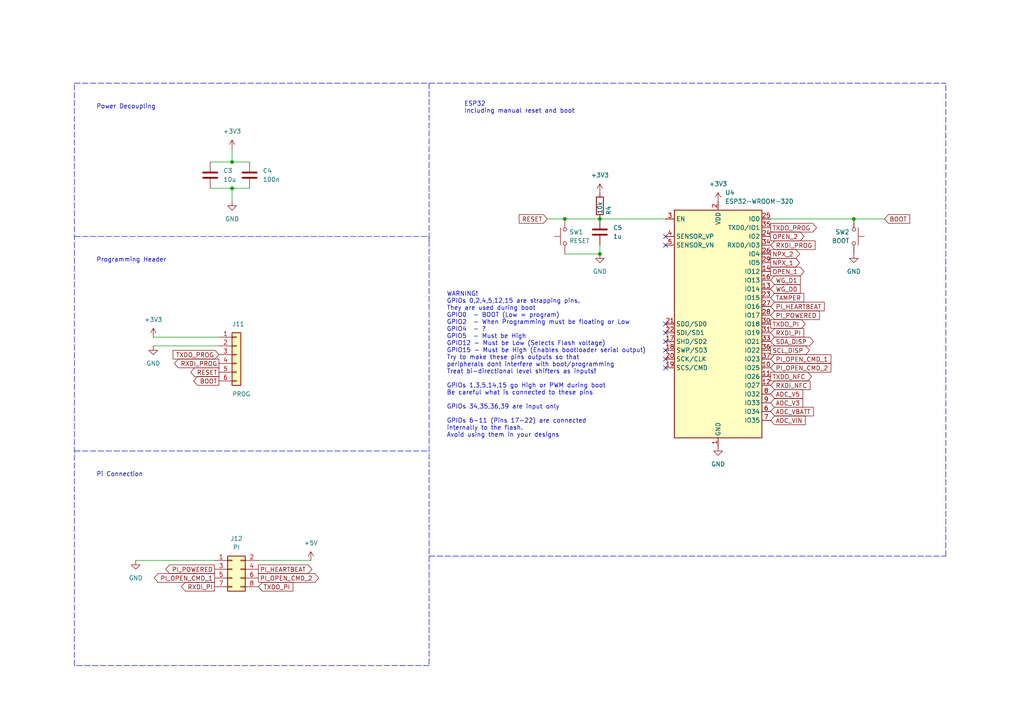
<source format=kicad_sch>
(kicad_sch (version 20211123) (generator eeschema)
  (paper "A4")
  (lib_symbols
    (symbol "Connector_Generic:Conn_01x06" (pin_names (offset 1.016) hide)
      (property "Reference" "J" (at 0 7.62 0))
      (property "Value" "Conn_01x06" (at 0 -10.16 0))
      (symbol "Conn_01x06_1_1"
        (rectangle (start -1.27 -7.493) (end 0 -7.747) (stroke (width 0.1524)))
        (rectangle (start -1.27 -4.953) (end 0 -5.207) (stroke (width 0.1524)))
        (rectangle (start -1.27 -2.413) (end 0 -2.667) (stroke (width 0.1524)))
        (rectangle (start -1.27 0.127) (end 0 -0.127) (stroke (width 0.1524)))
        (rectangle (start -1.27 2.667) (end 0 2.413) (stroke (width 0.1524)))
        (rectangle (start -1.27 5.207) (end 0 4.953) (stroke (width 0.1524)))
        (rectangle (start -1.27 6.35) (end 1.27 -8.89) (stroke (width 0.254)) (fill (type background)))
        (pin passive line (at -5.08 5.08 0) (length 3.81) (name "Pin_1") (number "1"))
        (pin passive line (at -5.08 2.54 0) (length 3.81) (name "Pin_2") (number "2"))
        (pin passive line (at -5.08 0 0) (length 3.81) (name "Pin_3") (number "3"))
        (pin passive line (at -5.08 -2.54 0) (length 3.81) (name "Pin_4") (number "4"))
        (pin passive line (at -5.08 -5.08 0) (length 3.81) (name "Pin_5") (number "5"))
        (pin passive line (at -5.08 -7.62 0) (length 3.81) (name "Pin_6") (number "6"))
      )
    )
    (symbol "Connector_Generic:Conn_02x04_Odd_Even" (pin_names (offset 1.016) hide)
      (property "Reference" "J" (at 1.27 5.08 0))
      (property "Value" "Conn_02x04_Odd_Even" (at 1.27 -7.62 0))
      (symbol "Conn_02x04_Odd_Even_1_1"
        (rectangle (start -1.27 -4.953) (end 0 -5.207) (stroke (width 0.1524)))
        (rectangle (start -1.27 -2.413) (end 0 -2.667) (stroke (width 0.1524)))
        (rectangle (start -1.27 0.127) (end 0 -0.127) (stroke (width 0.1524)))
        (rectangle (start -1.27 2.667) (end 0 2.413) (stroke (width 0.1524)))
        (rectangle (start -1.27 3.81) (end 3.81 -6.35) (stroke (width 0.254)) (fill (type background)))
        (rectangle (start 3.81 -4.953) (end 2.54 -5.207) (stroke (width 0.1524)))
        (rectangle (start 3.81 -2.413) (end 2.54 -2.667) (stroke (width 0.1524)))
        (rectangle (start 3.81 0.127) (end 2.54 -0.127) (stroke (width 0.1524)))
        (rectangle (start 3.81 2.667) (end 2.54 2.413) (stroke (width 0.1524)))
        (pin passive line (at -5.08 2.54 0) (length 3.81) (name "Pin_1") (number "1"))
        (pin passive line (at 7.62 2.54 180) (length 3.81) (name "Pin_2") (number "2"))
        (pin passive line (at -5.08 0 0) (length 3.81) (name "Pin_3") (number "3"))
        (pin passive line (at 7.62 0 180) (length 3.81) (name "Pin_4") (number "4"))
        (pin passive line (at -5.08 -2.54 0) (length 3.81) (name "Pin_5") (number "5"))
        (pin passive line (at 7.62 -2.54 180) (length 3.81) (name "Pin_6") (number "6"))
        (pin passive line (at -5.08 -5.08 0) (length 3.81) (name "Pin_7") (number "7"))
        (pin passive line (at 7.62 -5.08 180) (length 3.81) (name "Pin_8") (number "8"))
      )
    )
    (symbol "Device:C" (pin_numbers hide) (pin_names (offset 0.254))
      (property "Reference" "C" (at 0.635 2.54 0))
      (property "Value" "C" (at 0.635 -2.54 0))
      (symbol "C_0_1"
        (polyline (pts (xy -2.032 -0.762) (xy 2.032 -0.762)) (stroke (width 0.508)))
        (polyline (pts (xy -2.032 0.762) (xy 2.032 0.762)) (stroke (width 0.508)))
      )
      (symbol "C_1_1"
        (pin passive line (at 0 3.81 270) (length 2.794) (name "~") (number "1"))
        (pin passive line (at 0 -3.81 90) (length 2.794) (name "~") (number "2"))
      )
    )
    (symbol "Device:R" (pin_numbers hide) (pin_names (offset 0))
      (property "Reference" "R" (at 2.032 0 90))
      (property "Value" "R" (at 0 0 90))
      (symbol "R_0_1"
        (rectangle (start -1.016 -2.54) (end 1.016 2.54) (stroke (width 0.254)))
      )
      (symbol "R_1_1"
        (pin passive line (at 0 3.81 270) (length 1.27) (name "~") (number "1"))
        (pin passive line (at 0 -3.81 90) (length 1.27) (name "~") (number "2"))
      )
    )
    (symbol "RF_Module:ESP32-WROOM-32D"
      (property "Reference" "U" (at -12.7 34.29 0))
      (property "Value" "ESP32-WROOM-32D" (at 1.27 34.29 0))
      (symbol "ESP32-WROOM-32D_0_1"
        (rectangle (start -12.7 33.02) (end 12.7 -33.02) (stroke (width 0.254)) (fill (type background)))
      )
      (symbol "ESP32-WROOM-32D_1_1"
        (pin power_in line (at 0 -35.56 90) (length 2.54) (name "GND") (number "1"))
        (pin bidirectional line (at 15.24 -12.7 180) (length 2.54) (name "IO25") (number "10"))
        (pin bidirectional line (at 15.24 -15.24 180) (length 2.54) (name "IO26") (number "11"))
        (pin bidirectional line (at 15.24 -17.78 180) (length 2.54) (name "IO27") (number "12"))
        (pin bidirectional line (at 15.24 10.16 180) (length 2.54) (name "IO14") (number "13"))
        (pin bidirectional line (at 15.24 15.24 180) (length 2.54) (name "IO12") (number "14"))
        (pin passive line (at 0 -35.56 90) (length 2.54) hide (name "GND") (number "15"))
        (pin bidirectional line (at 15.24 12.7 180) (length 2.54) (name "IO13") (number "16"))
        (pin bidirectional line (at -15.24 -5.08 0) (length 2.54) (name "SHD/SD2") (number "17"))
        (pin bidirectional line (at -15.24 -7.62 0) (length 2.54) (name "SWP/SD3") (number "18"))
        (pin bidirectional line (at -15.24 -12.7 0) (length 2.54) (name "SCS/CMD") (number "19"))
        (pin power_in line (at 0 35.56 270) (length 2.54) (name "VDD") (number "2"))
        (pin bidirectional line (at -15.24 -10.16 0) (length 2.54) (name "SCK/CLK") (number "20"))
        (pin bidirectional line (at -15.24 0 0) (length 2.54) (name "SDO/SD0") (number "21"))
        (pin bidirectional line (at -15.24 -2.54 0) (length 2.54) (name "SDI/SD1") (number "22"))
        (pin bidirectional line (at 15.24 7.62 180) (length 2.54) (name "IO15") (number "23"))
        (pin bidirectional line (at 15.24 25.4 180) (length 2.54) (name "IO2") (number "24"))
        (pin bidirectional line (at 15.24 30.48 180) (length 2.54) (name "IO0") (number "25"))
        (pin bidirectional line (at 15.24 20.32 180) (length 2.54) (name "IO4") (number "26"))
        (pin bidirectional line (at 15.24 5.08 180) (length 2.54) (name "IO16") (number "27"))
        (pin bidirectional line (at 15.24 2.54 180) (length 2.54) (name "IO17") (number "28"))
        (pin bidirectional line (at 15.24 17.78 180) (length 2.54) (name "IO5") (number "29"))
        (pin input line (at -15.24 30.48 0) (length 2.54) (name "EN") (number "3"))
        (pin bidirectional line (at 15.24 0 180) (length 2.54) (name "IO18") (number "30"))
        (pin bidirectional line (at 15.24 -2.54 180) (length 2.54) (name "IO19") (number "31"))
        (pin no_connect line (at -12.7 -27.94 0) (length 2.54) hide (name "NC") (number "32"))
        (pin bidirectional line (at 15.24 -5.08 180) (length 2.54) (name "IO21") (number "33"))
        (pin bidirectional line (at 15.24 22.86 180) (length 2.54) (name "RXD0/IO3") (number "34"))
        (pin bidirectional line (at 15.24 27.94 180) (length 2.54) (name "TXD0/IO1") (number "35"))
        (pin bidirectional line (at 15.24 -7.62 180) (length 2.54) (name "IO22") (number "36"))
        (pin bidirectional line (at 15.24 -10.16 180) (length 2.54) (name "IO23") (number "37"))
        (pin passive line (at 0 -35.56 90) (length 2.54) hide (name "GND") (number "38"))
        (pin passive line (at 0 -35.56 90) (length 2.54) hide (name "GND") (number "39"))
        (pin input line (at -15.24 25.4 0) (length 2.54) (name "SENSOR_VP") (number "4"))
        (pin input line (at -15.24 22.86 0) (length 2.54) (name "SENSOR_VN") (number "5"))
        (pin input line (at 15.24 -25.4 180) (length 2.54) (name "IO34") (number "6"))
        (pin input line (at 15.24 -27.94 180) (length 2.54) (name "IO35") (number "7"))
        (pin bidirectional line (at 15.24 -20.32 180) (length 2.54) (name "IO32") (number "8"))
        (pin bidirectional line (at 15.24 -22.86 180) (length 2.54) (name "IO33") (number "9"))
      )
    )
    (symbol "Switch:SW_Push" (pin_numbers hide) (pin_names (offset 1.016) hide)
      (property "Reference" "SW" (at 1.27 2.54 0))
      (property "Value" "SW_Push" (at 0 -1.524 0))
      (symbol "SW_Push_0_1"
        (circle (center -2.032 0) (radius 0.508))
        (polyline (pts (xy 0 1.27) (xy 0 3.048)))
        (polyline (pts (xy 2.54 1.27) (xy -2.54 1.27)))
        (circle (center 2.032 0) (radius 0.508))
        (pin passive line (at -5.08 0 0) (length 2.54) (name "1") (number "1"))
        (pin passive line (at 5.08 0 180) (length 2.54) (name "2") (number "2"))
      )
    )
    (symbol "power:+3V3" (power) (pin_names (offset 0))
      (property "Value" "+3V3" (at 0 3.556 0))
      (symbol "+3V3_0_1"
        (polyline (pts (xy -0.762 1.27) (xy 0 2.54)))
        (polyline (pts (xy 0 0) (xy 0 2.54)))
        (polyline (pts (xy 0 2.54) (xy 0.762 1.27)))
      )
      (symbol "+3V3_1_1"
        (pin power_in line (at 0 0 90) (length 0) hide (name "+3V3") (number "1"))
      )
    )
    (symbol "power:+5V" (power) (pin_names (offset 0))
      (property "Value" "+5V" (at 0 3.556 0))
      (symbol "+5V_0_1"
        (polyline (pts (xy -0.762 1.27) (xy 0 2.54)))
        (polyline (pts (xy 0 0) (xy 0 2.54)))
        (polyline (pts (xy 0 2.54) (xy 0.762 1.27)))
      )
      (symbol "+5V_1_1"
        (pin power_in line (at 0 0 90) (length 0) hide (name "+5V") (number "1"))
      )
    )
    (symbol "power:GND" (power) (pin_names (offset 0))
      (property "Value" "GND" (at 0 -3.81 0))
      (symbol "GND_0_1"
        (polyline (pts (xy 0 0) (xy 0 -1.27) (xy 1.27 -1.27) (xy 0 -2.54) (xy -1.27 -1.27) (xy 0 -1.27)))
      )
      (symbol "GND_1_1"
        (pin power_in line (at 0 0 270) (length 0) hide (name "GND") (number "1"))
      )
    )
  )
  (junction (at 247.65 63.5))
  (junction (at 67.31 54.61))
  (junction (at 173.99 63.5))
  (junction (at 173.99 73.66))
  (junction (at 67.31 46.99))
  (junction (at 163.83 63.5))
  (no_connect (at 193.04 104.14))
  (no_connect (at 193.04 106.68))
  (no_connect (at 193.04 93.98))
  (no_connect (at 193.04 96.52))
  (no_connect (at 193.04 99.06))
  (no_connect (at 193.04 101.6))
  (no_connect (at 193.04 68.58))
  (no_connect (at 193.04 71.12))
  (wire (pts (xy 247.65 63.5) (xy 256.54 63.5)))
  (polyline (pts (xy 124.46 24.13) (xy 124.46 161.29)))
  (polyline (pts (xy 124.46 161.29) (xy 274.32 161.29)))
  (polyline (pts (xy 21.59 130.81) (xy 124.46 130.81)))
  (polyline (pts (xy 21.59 193.04) (xy 21.59 24.13)))
  (wire (pts (xy 223.52 63.5) (xy 247.65 63.5)))
  (wire (pts (xy 67.31 54.61) (xy 72.39 54.61)))
  (wire (pts (xy 173.99 63.5) (xy 193.04 63.5)))
  (wire (pts (xy 67.31 43.18) (xy 67.31 46.99)))
  (wire (pts (xy 62.23 162.56) (xy 39.37 162.56)))
  (wire (pts (xy 163.83 63.5) (xy 173.99 63.5)))
  (wire (pts (xy 60.96 54.61) (xy 67.31 54.61)))
  (polyline (pts (xy 124.46 193.04) (xy 21.59 193.04)))
  (wire (pts (xy 44.45 97.79) (xy 63.5 97.79)))
  (wire (pts (xy 67.31 46.99) (xy 72.39 46.99)))
  (polyline (pts (xy 124.46 68.58) (xy 124.46 69.85)))
  (polyline (pts (xy 21.59 24.13) (xy 124.46 24.13)))
  (polyline (pts (xy 124.46 161.29) (xy 124.46 193.04)))
  (wire (pts (xy 158.75 63.5) (xy 163.83 63.5)))
  (wire (pts (xy 74.93 162.56) (xy 90.17 162.56)))
  (polyline (pts (xy 124.46 24.13) (xy 274.32 24.13)))
  (wire (pts (xy 60.96 46.99) (xy 67.31 46.99)))
  (wire (pts (xy 173.99 73.66) (xy 173.99 71.12)))
  (wire (pts (xy 67.31 54.61) (xy 67.31 58.42)))
  (polyline (pts (xy 21.59 68.58) (xy 124.46 68.58)))
  (polyline (pts (xy 274.32 161.29) (xy 274.32 24.13)))
  (wire (pts (xy 163.83 73.66) (xy 173.99 73.66)))
  (wire (pts (xy 44.45 100.33) (xy 63.5 100.33)))
  (text "Pi Connection" (at 27.94 138.43 0) (effects (font (size 1.27 1.27)) (justify left bottom)))
  (text "ESP32\nIncluding manual reset and boot" (at 134.62 33.02 0) (effects (font (size 1.27 1.27)) (justify left bottom)))
  (text "Programming Header" (at 27.94 76.2 0) (effects (font (size 1.27 1.27)) (justify left bottom)))
  (text "WARNING!\nGPIOs 0,2,4,5,12,15 are strapping pins.\nThey are used during boot\nGPIO0  - BOOT (Low = program)\nGPIO2  - When Programming must be floating or Low\nGPIO4  - ?\nGPIO5  - Must be High\nGPIO12 - Must be Low (Selects Flash voltage)\nGPIO15 - Must be High (Enables bootloader serial output)\nTry to make these pins outputs so that\nperipherals dont interfere with boot/programming\nTreat bi-directional level shifters as inputs!\n\nGPIOs 1,3,5,14,15 go High or PWM during boot\nBe careful what is connected to these pins\n\nGPIOs 34,35,36,39 are input only\n\nGPIOs 6-11 (Pins 17-22) are connected\ninternally to the flash.\nAvoid using them in your designs" (at 129.54 127 0) (effects (font (size 1.27 1.27)) (justify left bottom)))
  (text "Power Decoupling" (at 27.94 31.75 0) (effects (font (size 1.27 1.27)) (justify left bottom)))
  (global_label "TXDO_PI" (shape output) (at 223.52 93.98 0) (property "Intersheet References" "${INTERSHEET_REFS}" (effects hide)))
  (global_label "TXDO_PI" (shape input) (at 74.93 170.18 0) (property "Intersheet References" "${INTERSHEET_REFS}" (effects hide)))
  (global_label "NPX_1" (shape output) (at 223.52 76.2 0) (property "Intersheet References" "${INTERSHEET_REFS}" (effects hide)))
  (global_label "RXDI_PI" (shape input) (at 223.52 96.52 0) (property "Intersheet References" "${INTERSHEET_REFS}" (effects hide)))
  (global_label "ADC_V3" (shape input) (at 223.52 116.84 0) (property "Intersheet References" "${INTERSHEET_REFS}" (effects hide)))
  (global_label "ADC_VIN" (shape input) (at 223.52 121.92 0) (property "Intersheet References" "${INTERSHEET_REFS}" (effects hide)))
  (global_label "TXDO_PROG" (shape input) (at 63.5 102.87 180) (property "Intersheet References" "${INTERSHEET_REFS}" (effects hide)))
  (global_label "SDA_DISP" (shape bidirectional) (at 223.52 99.06 0) (property "Intersheet References" "${INTERSHEET_REFS}" (effects hide)))
  (global_label "RXDI_NFC" (shape input) (at 223.52 111.76 0) (property "Intersheet References" "${INTERSHEET_REFS}" (effects hide)))
  (global_label "NPX_2" (shape output) (at 223.52 73.66 0) (property "Intersheet References" "${INTERSHEET_REFS}" (effects hide)))
  (global_label "PI_HEARTBEAT" (shape output) (at 74.93 165.1 0) (property "Intersheet References" "${INTERSHEET_REFS}" (effects hide)))
  (global_label "BOOT" (shape output) (at 63.5 110.49 180) (property "Intersheet References" "${INTERSHEET_REFS}" (effects hide)))
  (global_label "RXDI_PROG" (shape input) (at 223.52 71.12 0) (property "Intersheet References" "${INTERSHEET_REFS}" (effects hide)))
  (global_label "PI_OPEN_CMD_1" (shape input) (at 223.52 104.14 0) (property "Intersheet References" "${INTERSHEET_REFS}" (effects hide)))
  (global_label "TXDO_NFC" (shape output) (at 223.52 109.22 0) (property "Intersheet References" "${INTERSHEET_REFS}" (effects hide)))
  (global_label "RESET" (shape output) (at 63.5 107.95 180) (property "Intersheet References" "${INTERSHEET_REFS}" (effects hide)))
  (global_label "ADC_V5" (shape input) (at 223.52 114.3 0) (property "Intersheet References" "${INTERSHEET_REFS}" (effects hide)))
  (global_label "PI_OPEN_CMD_2" (shape output) (at 74.93 167.64 0) (property "Intersheet References" "${INTERSHEET_REFS}" (effects hide)))
  (global_label "SCL_DISP" (shape output) (at 223.52 101.6 0) (property "Intersheet References" "${INTERSHEET_REFS}" (effects hide)))
  (global_label "RXDI_PROG" (shape output) (at 63.5 105.41 180) (property "Intersheet References" "${INTERSHEET_REFS}" (effects hide)))
  (global_label "BOOT" (shape input) (at 256.54 63.5 0) (property "Intersheet References" "${INTERSHEET_REFS}" (effects hide)))
  (global_label "WG_D0" (shape input) (at 223.52 83.82 0) (property "Intersheet References" "${INTERSHEET_REFS}" (effects hide)))
  (global_label "PI_OPEN_CMD_2" (shape input) (at 223.52 106.68 0) (property "Intersheet References" "${INTERSHEET_REFS}" (effects hide)))
  (global_label "PI_POWERED" (shape input) (at 223.52 91.44 0) (property "Intersheet References" "${INTERSHEET_REFS}" (effects hide)))
  (global_label "RESET" (shape input) (at 158.75 63.5 180) (property "Intersheet References" "${INTERSHEET_REFS}" (effects hide)))
  (global_label "WG_D1" (shape input) (at 223.52 81.28 0) (property "Intersheet References" "${INTERSHEET_REFS}" (effects hide)))
  (global_label "PI_OPEN_CMD_1" (shape output) (at 62.23 167.64 180) (property "Intersheet References" "${INTERSHEET_REFS}" (effects hide)))
  (global_label "OPEN_1" (shape output) (at 223.52 78.74 0) (property "Intersheet References" "${INTERSHEET_REFS}" (effects hide)))
  (global_label "TAMPER" (shape input) (at 223.52 86.36 0) (property "Intersheet References" "${INTERSHEET_REFS}" (effects hide)))
  (global_label "PI_POWERED" (shape output) (at 62.23 165.1 180) (property "Intersheet References" "${INTERSHEET_REFS}" (effects hide)))
  (global_label "OPEN_2" (shape output) (at 223.52 68.58 0) (property "Intersheet References" "${INTERSHEET_REFS}" (effects hide)))
  (global_label "PI_HEARTBEAT" (shape input) (at 223.52 88.9 0) (property "Intersheet References" "${INTERSHEET_REFS}" (effects hide)))
  (global_label "ADC_VBATT" (shape input) (at 223.52 119.38 0) (property "Intersheet References" "${INTERSHEET_REFS}" (effects hide)))
  (global_label "RXDI_PI" (shape output) (at 62.23 170.18 180) (property "Intersheet References" "${INTERSHEET_REFS}" (effects hide)))
  (global_label "TXDO_PROG" (shape output) (at 223.52 66.04 0) (property "Intersheet References" "${INTERSHEET_REFS}" (effects hide)))
  (symbol (lib_id "Connector_Generic:Conn_01x06") (at 68.58 102.87 0) (unit 1)
    (property "Reference" "J11" (at 67.31 93.98 0) (effects (justify left)))
    (property "Value" "PROG" (at 67.31 114.3 0) (effects (justify left)))
    (property "Footprint" "Connector_PinHeader_2.54mm:PinHeader_1x06_P2.54mm_Vertical" (effects hide))
  )
  (symbol (lib_id "power:GND") (at 39.37 162.56 0) (unit 1)
    (property "Reference" "#PWR035" (effects hide))
    (property "Value" "GND" (at 39.37 167.64 0))
  )
  (symbol (lib_id "power:+5V") (at 90.17 162.56 0) (unit 1)
    (property "Reference" "#PWR036" (effects hide))
    (property "Value" "+5V" (at 90.17 157.48 0))
  )
  (symbol (lib_id "power:+3V3") (at 67.31 43.18 0) (unit 1)
    (property "Reference" "#PWR026" (effects hide))
    (property "Value" "+3V3" (at 67.31 38.1 0))
  )
  (symbol (lib_id "power:+3V3") (at 173.99 55.88 0) (unit 1)
    (property "Reference" "#PWR027" (effects hide))
    (property "Value" "+3V3" (at 173.99 50.8 0))
  )
  (symbol (lib_id "Device:C") (at 173.99 67.31 0) (unit 1)
    (property "Reference" "C5" (at 177.8 66.0399 0) (effects (justify left)))
    (property "Value" "1u" (at 177.8 68.5799 0) (effects (justify left)))
    (property "Footprint" "Capacitor_SMD:C_0603_1608Metric" (effects hide))
    (property "LCSC" "C15849" (effects hide))
  )
  (symbol (lib_id "RF_Module:ESP32-WROOM-32D") (at 208.28 93.98 0) (unit 1)
    (property "Reference" "U4" (at 210.2994 55.88 0) (effects (justify left)))
    (property "Value" "ESP32-WROOM-32D" (at 210.2994 58.42 0) (effects (justify left)))
    (property "Footprint" "RF_Module:ESP32-WROOM-32" (effects hide))
    (property "Datasheet" "https://www.espressif.com/sites/default/files/documentation/esp32-wroom-32d_esp32-wroom-32u_datasheet_en.pdf" (effects hide))
    (property "LCSC" "C473012" (effects hide))
    (property "JLCPCB_CORRECTION" "0; 0; 90" (effects hide))
  )
  (symbol (lib_id "power:GND") (at 67.31 58.42 0) (unit 1)
    (property "Reference" "#PWR028" (effects hide))
    (property "Value" "GND" (at 67.31 63.5 0))
  )
  (symbol (lib_id "power:GND") (at 247.65 73.66 0) (unit 1)
    (property "Reference" "#PWR031" (effects hide))
    (property "Value" "GND" (at 247.65 78.74 0))
  )
  (symbol (lib_id "power:GND") (at 173.99 73.66 0) (unit 1)
    (property "Reference" "#PWR030" (effects hide))
    (property "Value" "GND" (at 173.99 78.74 0))
  )
  (symbol (lib_id "Device:C") (at 72.39 50.8 0) (unit 1)
    (property "Reference" "C4" (at 76.2 49.5299 0) (effects (justify left)))
    (property "Value" "100n" (at 76.2 52.0699 0) (effects (justify left)))
    (property "Footprint" "Capacitor_SMD:C_0603_1608Metric" (effects hide))
    (property "LCSC" "C14663" (effects hide))
  )
  (symbol (lib_id "Switch:SW_Push") (at 247.65 68.58 270) (mirror x) (unit 1)
    (property "Reference" "SW2" (at 246.38 67.3099 90) (effects (justify right)))
    (property "Value" "BOOT" (at 246.38 69.8499 90) (effects (justify right)))
    (property "Footprint" "Button_Switch_SMD:SW_Push_1P1T_NO_CK_KSC7xxJ" (effects hide))
    (property "Datasheet" "https://datasheet.lcsc.com/lcsc/2002271431_XKB-Connectivity-TS-1187A-B-A-B_C318884.pdf" (effects hide))
    (property "LCSC" "C318884" (effects hide))
  )
  (symbol (lib_id "power:+3V3") (at 208.28 58.42 0) (unit 1)
    (property "Reference" "#PWR029" (effects hide))
    (property "Value" "+3V3" (at 208.28 53.34 0))
  )
  (symbol (lib_id "Device:C") (at 60.96 50.8 0) (unit 1)
    (property "Reference" "C3" (at 64.77 49.5299 0) (effects (justify left)))
    (property "Value" "10u" (at 64.77 52.0699 0) (effects (justify left)))
    (property "Footprint" "Capacitor_SMD:C_1206_3216Metric" (effects hide))
    (property "LCSC" "C13585" (effects hide))
  )
  (symbol (lib_id "power:+3V3") (at 44.45 97.79 0) (unit 1)
    (property "Reference" "#PWR032" (effects hide))
    (property "Value" "+3V3" (at 44.45 92.71 0))
  )
  (symbol (lib_id "Switch:SW_Push") (at 163.83 68.58 90) (unit 1)
    (property "Reference" "SW1" (at 165.1 67.3099 90) (effects (justify right)))
    (property "Value" "RESET" (at 165.1 69.8499 90) (effects (justify right)))
    (property "Footprint" "Button_Switch_SMD:SW_Push_1P1T_NO_CK_KSC7xxJ" (effects hide))
    (property "Datasheet" "https://datasheet.lcsc.com/lcsc/2002271431_XKB-Connectivity-TS-1187A-B-A-B_C318884.pdf" (effects hide))
    (property "LCSC" "C318884" (effects hide))
  )
  (symbol (lib_id "power:GND") (at 208.28 129.54 0) (unit 1)
    (property "Reference" "#PWR034" (effects hide))
    (property "Value" "GND" (at 208.28 134.62 0))
  )
  (symbol (lib_id "power:GND") (at 44.45 100.33 0) (unit 1)
    (property "Reference" "#PWR033" (effects hide))
    (property "Value" "GND" (at 44.45 105.41 0))
  )
  (symbol (lib_id "Device:R") (at 173.99 59.69 180) (unit 1)
    (property "Reference" "R4" (at 176.53 59.69 90) (effects (justify left)))
    (property "Value" "10k" (at 173.99 58.42 90) (effects (justify left)))
    (property "Footprint" "Resistor_SMD:R_0603_1608Metric" (effects hide))
    (property "LCSC" "C25804" (effects hide))
  )
  (symbol (lib_id "Connector_Generic:Conn_02x04_Odd_Even") (at 67.31 165.1 0) (unit 1)
    (property "Reference" "J12" (at 68.58 156.21 0))
    (property "Value" "PI" (at 68.58 158.75 0))
    (property "Footprint" "Connector_IDC:IDC-Header_2x04_P2.54mm_Vertical" (effects hide))
    (property "Datasheet" "https://datasheet.lcsc.com/lcsc/2110100730_XKB-Connectivity-X9555WV-2x04-6TV01_C2884546.pdf" (effects hide))
    (property "BUY" "C2884546" (effects hide))
  )
)
</source>
